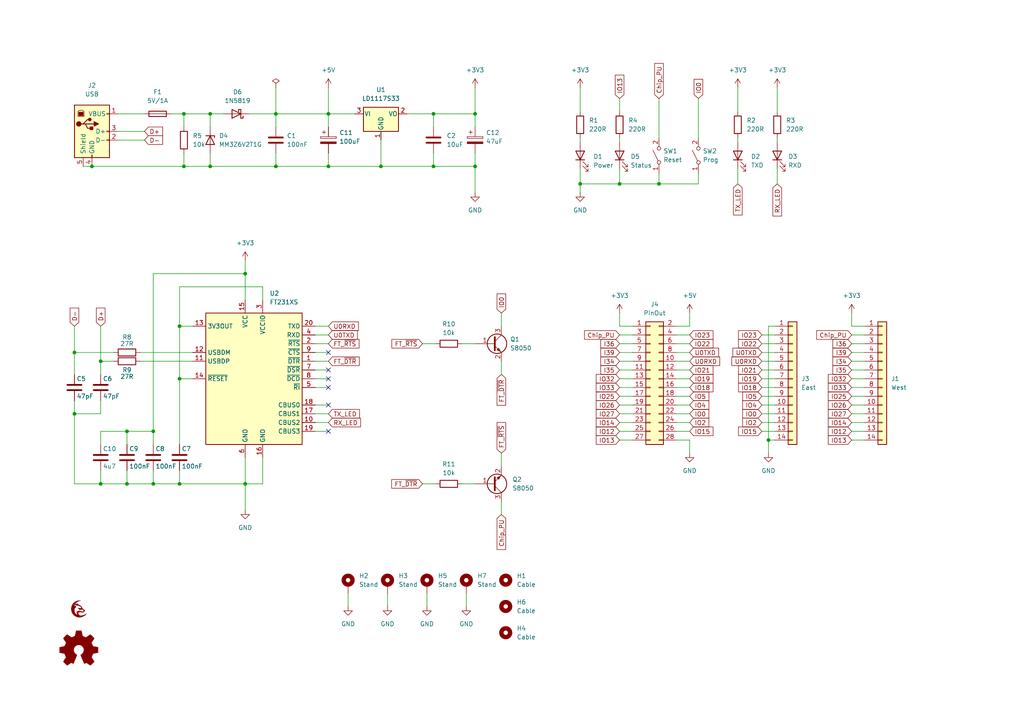
<source format=kicad_sch>
(kicad_sch (version 20211123) (generator eeschema)
  (paper "A4")
  (lib_symbols
    (symbol "Connector:USB_B" (pin_names (offset 1.016))
      (property "Reference" "J" (at -5.08 11.43 0))
      (property "Value" "USB_B" (at -5.08 8.89 0))
      (symbol "USB_B_1_1"
        (pin power_out line (at 7.62 5.08 180) (length 2.54) (name "VBUS") (number "1"))
        (pin bidirectional line (at 7.62 -2.54 180) (length 2.54) (name "D-") (number "2"))
        (pin bidirectional line (at 7.62 0 180) (length 2.54) (name "D+") (number "3"))
        (pin power_out line (at 0 -10.16 90) (length 2.54) (name "GND") (number "4"))
        (pin passive line (at -2.54 -10.16 90) (length 2.54) (name "Shield") (number "5"))
      )
    )
    (symbol "Connector_Generic:Conn_01x14" (pin_names (offset 1.016) hide)
      (property "Reference" "J" (at 0 17.78 0))
      (property "Value" "Conn_01x14" (at 0 -20.32 0))
      (symbol "Conn_01x14_1_1"
        (pin passive line (at -5.08 15.24 0) (length 3.81) (name "Pin_1") (number "1"))
        (pin passive line (at -5.08 -7.62 0) (length 3.81) (name "Pin_10") (number "10"))
        (pin passive line (at -5.08 -10.16 0) (length 3.81) (name "Pin_11") (number "11"))
        (pin passive line (at -5.08 -12.7 0) (length 3.81) (name "Pin_12") (number "12"))
        (pin passive line (at -5.08 -15.24 0) (length 3.81) (name "Pin_13") (number "13"))
        (pin passive line (at -5.08 -17.78 0) (length 3.81) (name "Pin_14") (number "14"))
        (pin passive line (at -5.08 12.7 0) (length 3.81) (name "Pin_2") (number "2"))
        (pin passive line (at -5.08 10.16 0) (length 3.81) (name "Pin_3") (number "3"))
        (pin passive line (at -5.08 7.62 0) (length 3.81) (name "Pin_4") (number "4"))
        (pin passive line (at -5.08 5.08 0) (length 3.81) (name "Pin_5") (number "5"))
        (pin passive line (at -5.08 2.54 0) (length 3.81) (name "Pin_6") (number "6"))
        (pin passive line (at -5.08 0 0) (length 3.81) (name "Pin_7") (number "7"))
        (pin passive line (at -5.08 -2.54 0) (length 3.81) (name "Pin_8") (number "8"))
        (pin passive line (at -5.08 -5.08 0) (length 3.81) (name "Pin_9") (number "9"))
      )
    )
    (symbol "Connector_Generic:Conn_02x14_Odd_Even" (pin_names (offset 1.016) hide)
      (property "Reference" "J" (at 1.27 17.78 0))
      (property "Value" "Conn_02x14_Odd_Even" (at 1.27 -20.32 0))
      (symbol "Conn_02x14_Odd_Even_1_1"
        (pin passive line (at -5.08 15.24 0) (length 3.81) (name "Pin_1") (number "1"))
        (pin passive line (at 7.62 5.08 180) (length 3.81) (name "Pin_10") (number "10"))
        (pin passive line (at -5.08 2.54 0) (length 3.81) (name "Pin_11") (number "11"))
        (pin passive line (at 7.62 2.54 180) (length 3.81) (name "Pin_12") (number "12"))
        (pin passive line (at -5.08 0 0) (length 3.81) (name "Pin_13") (number "13"))
        (pin passive line (at 7.62 0 180) (length 3.81) (name "Pin_14") (number "14"))
        (pin passive line (at -5.08 -2.54 0) (length 3.81) (name "Pin_15") (number "15"))
        (pin passive line (at 7.62 -2.54 180) (length 3.81) (name "Pin_16") (number "16"))
        (pin passive line (at -5.08 -5.08 0) (length 3.81) (name "Pin_17") (number "17"))
        (pin passive line (at 7.62 -5.08 180) (length 3.81) (name "Pin_18") (number "18"))
        (pin passive line (at -5.08 -7.62 0) (length 3.81) (name "Pin_19") (number "19"))
        (pin passive line (at 7.62 15.24 180) (length 3.81) (name "Pin_2") (number "2"))
        (pin passive line (at 7.62 -7.62 180) (length 3.81) (name "Pin_20") (number "20"))
        (pin passive line (at -5.08 -10.16 0) (length 3.81) (name "Pin_21") (number "21"))
        (pin passive line (at 7.62 -10.16 180) (length 3.81) (name "Pin_22") (number "22"))
        (pin passive line (at -5.08 -12.7 0) (length 3.81) (name "Pin_23") (number "23"))
        (pin passive line (at 7.62 -12.7 180) (length 3.81) (name "Pin_24") (number "24"))
        (pin passive line (at -5.08 -15.24 0) (length 3.81) (name "Pin_25") (number "25"))
        (pin passive line (at 7.62 -15.24 180) (length 3.81) (name "Pin_26") (number "26"))
        (pin passive line (at -5.08 -17.78 0) (length 3.81) (name "Pin_27") (number "27"))
        (pin passive line (at 7.62 -17.78 180) (length 3.81) (name "Pin_28") (number "28"))
        (pin passive line (at -5.08 12.7 0) (length 3.81) (name "Pin_3") (number "3"))
        (pin passive line (at 7.62 12.7 180) (length 3.81) (name "Pin_4") (number "4"))
        (pin passive line (at -5.08 10.16 0) (length 3.81) (name "Pin_5") (number "5"))
        (pin passive line (at 7.62 10.16 180) (length 3.81) (name "Pin_6") (number "6"))
        (pin passive line (at -5.08 7.62 0) (length 3.81) (name "Pin_7") (number "7"))
        (pin passive line (at 7.62 7.62 180) (length 3.81) (name "Pin_8") (number "8"))
        (pin passive line (at -5.08 5.08 0) (length 3.81) (name "Pin_9") (number "9"))
      )
    )
    (symbol "Device:C" (pin_numbers hide) (pin_names (offset 0.254))
      (property "Reference" "C" (at 0.635 2.54 0))
      (property "Value" "C" (at 0.635 -2.54 0))
      (symbol "C_1_1"
        (pin passive line (at 0 3.81 270) (length 2.794) (name "~") (number "1"))
        (pin passive line (at 0 -3.81 90) (length 2.794) (name "~") (number "2"))
      )
    )
    (symbol "Device:C_Polarized" (pin_numbers hide) (pin_names (offset 0.254))
      (property "Reference" "C" (at 0.635 2.54 0))
      (property "Value" "C_Polarized" (at 0.635 -2.54 0))
      (symbol "C_Polarized_1_1"
        (pin passive line (at 0 3.81 270) (length 2.794) (name "~") (number "1"))
        (pin passive line (at 0 -3.81 90) (length 2.794) (name "~") (number "2"))
      )
    )
    (symbol "Device:Fuse" (pin_numbers hide) (pin_names (offset 0))
      (property "Reference" "F" (at 2.032 0 90))
      (property "Value" "Fuse" (at -1.905 0 90))
      (symbol "Fuse_1_1"
        (pin passive line (at 0 3.81 270) (length 1.27) (name "~") (number "1"))
        (pin passive line (at 0 -3.81 90) (length 1.27) (name "~") (number "2"))
      )
    )
    (symbol "Device:LED" (pin_numbers hide) (pin_names (offset 1.016) hide)
      (property "Reference" "D" (at 0 2.54 0))
      (property "Value" "LED" (at 0 -2.54 0))
      (symbol "LED_1_1"
        (pin passive line (at -3.81 0 0) (length 2.54) (name "K") (number "1"))
        (pin passive line (at 3.81 0 180) (length 2.54) (name "A") (number "2"))
      )
    )
    (symbol "Device:Q_NPN_BEC" (pin_names (offset 0) hide)
      (property "Reference" "Q" (at 5.08 1.27 0))
      (property "Value" "Q_NPN_BEC" (at 5.08 -1.27 0))
      (symbol "Q_NPN_BEC_1_1"
        (pin input line (at -5.08 0 0) (length 5.715) (name "B") (number "1"))
        (pin passive line (at 2.54 -5.08 90) (length 2.54) (name "E") (number "2"))
        (pin passive line (at 2.54 5.08 270) (length 2.54) (name "C") (number "3"))
      )
    )
    (symbol "Device:R" (pin_numbers hide) (pin_names (offset 0))
      (property "Reference" "R" (at 2.032 0 90))
      (property "Value" "R" (at 0 0 90))
      (symbol "R_1_1"
        (pin passive line (at 0 3.81 270) (length 1.27) (name "~") (number "1"))
        (pin passive line (at 0 -3.81 90) (length 1.27) (name "~") (number "2"))
      )
    )
    (symbol "Diode:1N5819" (pin_numbers hide) (pin_names (offset 1.016) hide)
      (property "Reference" "D" (at 0 2.54 0))
      (property "Value" "1N5819" (at 0 -2.54 0))
      (symbol "1N5819_1_1"
        (pin passive line (at -3.81 0 0) (length 2.54) (name "K") (number "1"))
        (pin passive line (at 3.81 0 180) (length 2.54) (name "A") (number "2"))
      )
    )
    (symbol "Diode:BZT52Bxx" (pin_numbers hide) (pin_names hide)
      (property "Reference" "D" (at 0 2.54 0))
      (property "Value" "BZT52Bxx" (at 0 -2.54 0))
      (symbol "BZT52Bxx_1_1"
        (pin passive line (at -3.81 0 0) (length 2.54) (name "K") (number "1"))
        (pin passive line (at 3.81 0 180) (length 2.54) (name "A") (number "2"))
      )
    )
    (symbol "Graphic:Logo_Open_Hardware_Small" (pin_names (offset 1.016)))
    (symbol "Interface_USB:FT231XS"
      (property "Reference" "U" (at -13.97 20.32 0))
      (property "Value" "FT231XS" (at 7.62 20.32 0))
      (symbol "FT231XS_1_1"
        (pin output line (at 17.78 5.08 180) (length 3.81) (name "~{DTR}") (number "1"))
        (pin bidirectional line (at 17.78 -12.7 180) (length 3.81) (name "CBUS2") (number "10"))
        (pin bidirectional line (at -17.78 5.08 0) (length 3.81) (name "USBDP") (number "11"))
        (pin bidirectional line (at -17.78 7.62 0) (length 3.81) (name "USBDM") (number "12"))
        (pin power_out line (at -17.78 15.24 0) (length 3.81) (name "3V3OUT") (number "13"))
        (pin input line (at -17.78 0 0) (length 3.81) (name "~{RESET}") (number "14"))
        (pin power_in line (at -2.54 22.86 270) (length 3.81) (name "VCC") (number "15"))
        (pin power_in line (at 2.54 -22.86 90) (length 3.81) (name "GND") (number "16"))
        (pin bidirectional line (at 17.78 -10.16 180) (length 3.81) (name "CBUS1") (number "17"))
        (pin bidirectional line (at 17.78 -7.62 180) (length 3.81) (name "CBUS0") (number "18"))
        (pin bidirectional line (at 17.78 -15.24 180) (length 3.81) (name "CBUS3") (number "19"))
        (pin output line (at 17.78 10.16 180) (length 3.81) (name "~{RTS}") (number "2"))
        (pin output line (at 17.78 15.24 180) (length 3.81) (name "TXD") (number "20"))
        (pin power_in line (at 2.54 22.86 270) (length 3.81) (name "VCCIO") (number "3"))
        (pin input line (at 17.78 12.7 180) (length 3.81) (name "RXD") (number "4"))
        (pin input line (at 17.78 -2.54 180) (length 3.81) (name "~{RI}") (number "5"))
        (pin power_in line (at -2.54 -22.86 90) (length 3.81) (name "GND") (number "6"))
        (pin input line (at 17.78 2.54 180) (length 3.81) (name "~{DSR}") (number "7"))
        (pin input line (at 17.78 0 180) (length 3.81) (name "~{DCD}") (number "8"))
        (pin input line (at 17.78 7.62 180) (length 3.81) (name "~{CTS}") (number "9"))
      )
    )
    (symbol "Mechanical:MountingHole" (pin_names (offset 1.016))
      (property "Reference" "H" (at 0 5.08 0))
      (property "Value" "MountingHole" (at 0 3.175 0))
    )
    (symbol "Mechanical:MountingHole_Pad" (pin_numbers hide) (pin_names (offset 1.016) hide)
      (property "Reference" "H" (at 0 6.35 0))
      (property "Value" "MountingHole_Pad" (at 0 4.445 0))
      (symbol "MountingHole_Pad_1_1"
        (pin input line (at 0 -2.54 90) (length 2.54) (name "1") (number "1"))
      )
    )
    (symbol "Regulator_Linear:LD1117S33TR_SOT223" (pin_names (offset 0.254))
      (property "Reference" "U" (at -3.81 3.175 0))
      (property "Value" "LD1117S33TR_SOT223" (at 0 3.175 0))
      (symbol "LD1117S33TR_SOT223_1_1"
        (pin power_in line (at 0 -7.62 90) (length 2.54) (name "GND") (number "1"))
        (pin power_out line (at 7.62 0 180) (length 2.54) (name "VO") (number "2"))
        (pin power_in line (at -7.62 0 0) (length 2.54) (name "VI") (number "3"))
      )
    )
    (symbol "Switch:SW_SPST" (pin_names (offset 0) hide)
      (property "Reference" "SW" (at 0 3.175 0))
      (property "Value" "SW_SPST" (at 0 -2.54 0))
      (symbol "SW_SPST_1_1"
        (pin passive line (at -5.08 0 0) (length 2.54) (name "A") (number "1"))
        (pin passive line (at 5.08 0 180) (length 2.54) (name "B") (number "2"))
      )
    )
    (symbol "grayc-logo-negative:LOGO" (pin_names (offset 1.016)))
    (symbol "power:+3V3" (power) (pin_names (offset 0))
      (property "Value" "+3V3" (at 0 3.556 0))
      (symbol "+3V3_1_1"
        (pin power_in line (at 0 0 90) (length 0) hide (name "+3V3") (number "1"))
      )
    )
    (symbol "power:+5V" (power) (pin_names (offset 0))
      (property "Value" "+5V" (at 0 3.556 0))
      (symbol "+5V_1_1"
        (pin power_in line (at 0 0 90) (length 0) hide (name "+5V") (number "1"))
      )
    )
    (symbol "power:GND" (power) (pin_names (offset 0))
      (property "Value" "GND" (at 0 -3.81 0))
      (symbol "GND_1_1"
        (pin power_in line (at 0 0 270) (length 0) hide (name "GND") (number "1"))
      )
    )
    (symbol "power:PWR_FLAG" (power) (pin_numbers hide) (pin_names (offset 0) hide)
      (property "Value" "PWR_FLAG" (at 0 3.81 0))
      (symbol "PWR_FLAG_0_0"
        (pin power_out line (at 0 0 90) (length 0) (name "pwr") (number "1"))
      )
    )
  )
  (junction (at 44.45 125.095))
  (junction (at 36.83 140.335))
  (junction (at 179.705 53.34))
  (junction (at 21.59 102.235))
  (junction (at 53.34 48.26))
  (junction (at 60.96 33.02))
  (junction (at 53.34 33.02))
  (junction (at 222.885 127.635))
  (junction (at 80.01 33.02))
  (junction (at 60.96 48.26))
  (junction (at 21.59 120.015))
  (junction (at 110.49 48.26))
  (junction (at 52.07 140.335))
  (junction (at 80.01 48.26))
  (junction (at 125.73 48.26))
  (junction (at 29.21 104.775))
  (junction (at 44.45 140.335))
  (junction (at 125.73 33.02))
  (junction (at 137.795 48.26))
  (junction (at 95.25 33.02))
  (junction (at 52.07 109.855))
  (junction (at 52.07 94.615))
  (junction (at 168.275 53.34))
  (junction (at 71.12 79.375))
  (junction (at 29.21 140.335))
  (junction (at 137.795 33.02))
  (junction (at 95.25 48.26))
  (junction (at 26.67 48.26))
  (junction (at 36.83 125.095))
  (junction (at 71.12 140.335))
  (junction (at 191.135 53.34))
  (no_connect (at 95.25 107.315))
  (no_connect (at 95.25 112.395))
  (no_connect (at 95.25 125.095))
  (no_connect (at 95.25 109.855))
  (no_connect (at 95.25 117.475))
  (no_connect (at 95.25 102.235))
  (wire (pts (xy 220.98 104.775) (xy 224.79 104.775)))
  (wire (pts (xy 91.44 102.235) (xy 95.25 102.235)))
  (wire (pts (xy 91.44 99.695) (xy 95.25 99.695)))
  (wire (pts (xy 179.705 40.005) (xy 179.705 41.275)))
  (wire (pts (xy 179.705 125.095) (xy 183.515 125.095)))
  (wire (pts (xy 220.98 120.015) (xy 224.79 120.015)))
  (wire (pts (xy 40.64 104.775) (xy 55.88 104.775)))
  (wire (pts (xy 71.12 79.375) (xy 71.12 86.995)))
  (wire (pts (xy 220.98 109.855) (xy 224.79 109.855)))
  (wire (pts (xy 247.015 114.935) (xy 250.825 114.935)))
  (wire (pts (xy 179.705 112.395) (xy 183.515 112.395)))
  (wire (pts (xy 247.015 107.315) (xy 250.825 107.315)))
  (wire (pts (xy 196.215 94.615) (xy 200.025 94.615)))
  (wire (pts (xy 80.01 33.02) (xy 80.01 36.83)))
  (wire (pts (xy 179.705 97.155) (xy 183.515 97.155)))
  (wire (pts (xy 52.07 109.855) (xy 55.88 109.855)))
  (wire (pts (xy 110.49 40.64) (xy 110.49 48.26)))
  (wire (pts (xy 247.015 99.695) (xy 250.825 99.695)))
  (wire (pts (xy 196.215 112.395) (xy 200.025 112.395)))
  (wire (pts (xy 100.965 172.085) (xy 100.965 175.895)))
  (wire (pts (xy 196.215 127.635) (xy 200.025 127.635)))
  (wire (pts (xy 91.44 122.555) (xy 95.25 122.555)))
  (wire (pts (xy 179.705 120.015) (xy 183.515 120.015)))
  (wire (pts (xy 21.59 94.615) (xy 21.59 102.235)))
  (wire (pts (xy 179.705 117.475) (xy 183.515 117.475)))
  (wire (pts (xy 44.45 136.525) (xy 44.45 140.335)))
  (wire (pts (xy 247.015 90.805) (xy 247.015 94.615)))
  (wire (pts (xy 247.015 97.155) (xy 250.825 97.155)))
  (wire (pts (xy 52.07 83.185) (xy 76.2 83.185)))
  (wire (pts (xy 95.25 44.45) (xy 95.25 48.26)))
  (wire (pts (xy 33.02 102.235) (xy 21.59 102.235)))
  (wire (pts (xy 168.275 25.4) (xy 168.275 32.385)))
  (wire (pts (xy 24.13 48.26) (xy 26.67 48.26)))
  (wire (pts (xy 179.705 127.635) (xy 183.515 127.635)))
  (wire (pts (xy 44.45 125.095) (xy 44.45 128.905)))
  (wire (pts (xy 213.995 48.895) (xy 213.995 53.34)))
  (wire (pts (xy 196.215 109.855) (xy 200.025 109.855)))
  (wire (pts (xy 191.135 50.165) (xy 191.135 53.34)))
  (wire (pts (xy 21.59 120.015) (xy 21.59 140.335)))
  (wire (pts (xy 179.705 28.575) (xy 179.705 32.385)))
  (wire (pts (xy 222.885 131.445) (xy 222.885 127.635)))
  (wire (pts (xy 91.44 97.155) (xy 95.25 97.155)))
  (wire (pts (xy 29.21 140.335) (xy 36.83 140.335)))
  (wire (pts (xy 133.985 140.335) (xy 137.795 140.335)))
  (wire (pts (xy 91.44 109.855) (xy 95.25 109.855)))
  (wire (pts (xy 71.12 79.375) (xy 44.45 79.375)))
  (wire (pts (xy 29.21 104.775) (xy 29.21 108.585)))
  (wire (pts (xy 36.83 140.335) (xy 44.45 140.335)))
  (wire (pts (xy 95.25 48.26) (xy 110.49 48.26)))
  (wire (pts (xy 247.015 125.095) (xy 250.825 125.095)))
  (wire (pts (xy 53.34 33.02) (xy 53.34 36.83)))
  (wire (pts (xy 91.44 125.095) (xy 95.25 125.095)))
  (wire (pts (xy 49.53 33.02) (xy 53.34 33.02)))
  (wire (pts (xy 118.11 33.02) (xy 125.73 33.02)))
  (wire (pts (xy 26.67 48.26) (xy 53.34 48.26)))
  (wire (pts (xy 60.96 48.26) (xy 80.01 48.26)))
  (wire (pts (xy 91.44 112.395) (xy 95.25 112.395)))
  (wire (pts (xy 135.255 172.085) (xy 135.255 175.895)))
  (wire (pts (xy 247.015 120.015) (xy 250.825 120.015)))
  (wire (pts (xy 220.98 107.315) (xy 224.79 107.315)))
  (wire (pts (xy 179.705 48.895) (xy 179.705 53.34)))
  (wire (pts (xy 133.985 99.695) (xy 137.795 99.695)))
  (wire (pts (xy 76.2 140.335) (xy 76.2 132.715)))
  (wire (pts (xy 52.07 109.855) (xy 52.07 128.905)))
  (wire (pts (xy 52.07 136.525) (xy 52.07 140.335)))
  (wire (pts (xy 112.395 172.085) (xy 112.395 175.895)))
  (wire (pts (xy 60.96 44.45) (xy 60.96 48.26)))
  (wire (pts (xy 220.98 122.555) (xy 224.79 122.555)))
  (wire (pts (xy 122.555 99.695) (xy 126.365 99.695)))
  (wire (pts (xy 200.025 94.615) (xy 200.025 90.805)))
  (wire (pts (xy 220.98 117.475) (xy 224.79 117.475)))
  (wire (pts (xy 91.44 94.615) (xy 95.25 94.615)))
  (wire (pts (xy 196.215 104.775) (xy 200.025 104.775)))
  (wire (pts (xy 200.025 127.635) (xy 200.025 131.445)))
  (wire (pts (xy 33.02 104.775) (xy 29.21 104.775)))
  (wire (pts (xy 29.21 125.095) (xy 36.83 125.095)))
  (wire (pts (xy 40.64 102.235) (xy 55.88 102.235)))
  (wire (pts (xy 80.01 25.4) (xy 80.01 33.02)))
  (wire (pts (xy 196.215 97.155) (xy 200.025 97.155)))
  (wire (pts (xy 220.98 97.155) (xy 224.79 97.155)))
  (wire (pts (xy 191.135 28.575) (xy 191.135 40.005)))
  (wire (pts (xy 44.45 79.375) (xy 44.45 125.095)))
  (wire (pts (xy 91.44 120.015) (xy 95.25 120.015)))
  (wire (pts (xy 220.98 99.695) (xy 224.79 99.695)))
  (wire (pts (xy 60.96 33.02) (xy 64.77 33.02)))
  (wire (pts (xy 196.215 125.095) (xy 200.025 125.095)))
  (wire (pts (xy 247.015 127.635) (xy 250.825 127.635)))
  (wire (pts (xy 179.705 114.935) (xy 183.515 114.935)))
  (wire (pts (xy 29.21 136.525) (xy 29.21 140.335)))
  (wire (pts (xy 137.795 48.26) (xy 137.795 44.45)))
  (wire (pts (xy 247.015 94.615) (xy 250.825 94.615)))
  (wire (pts (xy 196.215 114.935) (xy 200.025 114.935)))
  (wire (pts (xy 122.555 140.335) (xy 126.365 140.335)))
  (wire (pts (xy 247.015 102.235) (xy 250.825 102.235)))
  (wire (pts (xy 21.59 120.015) (xy 29.21 120.015)))
  (wire (pts (xy 145.415 104.775) (xy 145.415 108.585)))
  (wire (pts (xy 196.215 107.315) (xy 200.025 107.315)))
  (wire (pts (xy 53.34 44.45) (xy 53.34 48.26)))
  (wire (pts (xy 220.98 112.395) (xy 224.79 112.395)))
  (wire (pts (xy 202.565 50.165) (xy 202.565 53.34)))
  (wire (pts (xy 168.275 53.34) (xy 168.275 55.88)))
  (wire (pts (xy 179.705 53.34) (xy 191.135 53.34)))
  (wire (pts (xy 125.73 48.26) (xy 137.795 48.26)))
  (wire (pts (xy 95.25 25.4) (xy 95.25 33.02)))
  (wire (pts (xy 21.59 140.335) (xy 29.21 140.335)))
  (wire (pts (xy 137.795 33.02) (xy 137.795 36.83)))
  (wire (pts (xy 247.015 112.395) (xy 250.825 112.395)))
  (wire (pts (xy 247.015 104.775) (xy 250.825 104.775)))
  (wire (pts (xy 222.885 127.635) (xy 222.885 94.615)))
  (wire (pts (xy 222.885 127.635) (xy 224.79 127.635)))
  (wire (pts (xy 110.49 48.26) (xy 125.73 48.26)))
  (wire (pts (xy 34.29 33.02) (xy 41.91 33.02)))
  (wire (pts (xy 222.885 94.615) (xy 224.79 94.615)))
  (wire (pts (xy 196.215 99.695) (xy 200.025 99.695)))
  (wire (pts (xy 36.83 136.525) (xy 36.83 140.335)))
  (wire (pts (xy 29.21 94.615) (xy 29.21 104.775)))
  (wire (pts (xy 213.995 40.005) (xy 213.995 41.275)))
  (wire (pts (xy 80.01 48.26) (xy 95.25 48.26)))
  (wire (pts (xy 220.98 102.235) (xy 224.79 102.235)))
  (wire (pts (xy 225.425 40.005) (xy 225.425 41.275)))
  (wire (pts (xy 179.705 122.555) (xy 183.515 122.555)))
  (wire (pts (xy 179.705 104.775) (xy 183.515 104.775)))
  (wire (pts (xy 213.995 25.4) (xy 213.995 32.385)))
  (wire (pts (xy 225.425 48.895) (xy 225.425 53.34)))
  (wire (pts (xy 179.705 53.34) (xy 168.275 53.34)))
  (wire (pts (xy 91.44 117.475) (xy 95.25 117.475)))
  (wire (pts (xy 29.21 116.205) (xy 29.21 120.015)))
  (wire (pts (xy 196.215 122.555) (xy 200.025 122.555)))
  (wire (pts (xy 76.2 86.995) (xy 76.2 83.185)))
  (wire (pts (xy 179.705 107.315) (xy 183.515 107.315)))
  (wire (pts (xy 168.275 53.34) (xy 168.275 48.895)))
  (wire (pts (xy 196.215 117.475) (xy 200.025 117.475)))
  (wire (pts (xy 123.825 172.085) (xy 123.825 175.895)))
  (wire (pts (xy 34.29 40.64) (xy 41.91 40.64)))
  (wire (pts (xy 179.705 109.855) (xy 183.515 109.855)))
  (wire (pts (xy 179.705 102.235) (xy 183.515 102.235)))
  (wire (pts (xy 125.73 44.45) (xy 125.73 48.26)))
  (wire (pts (xy 36.83 125.095) (xy 44.45 125.095)))
  (wire (pts (xy 225.425 25.4) (xy 225.425 32.385)))
  (wire (pts (xy 91.44 107.315) (xy 95.25 107.315)))
  (wire (pts (xy 53.34 33.02) (xy 60.96 33.02)))
  (wire (pts (xy 196.215 102.235) (xy 200.025 102.235)))
  (wire (pts (xy 71.12 132.715) (xy 71.12 140.335)))
  (wire (pts (xy 247.015 117.475) (xy 250.825 117.475)))
  (wire (pts (xy 125.73 33.02) (xy 125.73 36.83)))
  (wire (pts (xy 71.12 75.565) (xy 71.12 79.375)))
  (wire (pts (xy 137.795 25.4) (xy 137.795 33.02)))
  (wire (pts (xy 52.07 94.615) (xy 52.07 109.855)))
  (wire (pts (xy 137.795 48.26) (xy 137.795 55.88)))
  (wire (pts (xy 52.07 140.335) (xy 71.12 140.335)))
  (wire (pts (xy 71.12 140.335) (xy 71.12 147.955)))
  (wire (pts (xy 202.565 53.34) (xy 191.135 53.34)))
  (wire (pts (xy 179.705 99.695) (xy 183.515 99.695)))
  (wire (pts (xy 95.25 33.02) (xy 102.87 33.02)))
  (wire (pts (xy 53.34 48.26) (xy 60.96 48.26)))
  (wire (pts (xy 91.44 104.775) (xy 95.25 104.775)))
  (wire (pts (xy 125.73 33.02) (xy 137.795 33.02)))
  (wire (pts (xy 247.015 109.855) (xy 250.825 109.855)))
  (wire (pts (xy 72.39 33.02) (xy 80.01 33.02)))
  (wire (pts (xy 21.59 116.205) (xy 21.59 120.015)))
  (wire (pts (xy 80.01 44.45) (xy 80.01 48.26)))
  (wire (pts (xy 29.21 128.905) (xy 29.21 125.095)))
  (wire (pts (xy 145.415 90.805) (xy 145.415 94.615)))
  (wire (pts (xy 168.275 40.005) (xy 168.275 41.275)))
  (wire (pts (xy 36.83 125.095) (xy 36.83 128.905)))
  (wire (pts (xy 21.59 102.235) (xy 21.59 108.585)))
  (wire (pts (xy 196.215 120.015) (xy 200.025 120.015)))
  (wire (pts (xy 220.98 114.935) (xy 224.79 114.935)))
  (wire (pts (xy 60.96 33.02) (xy 60.96 36.83)))
  (wire (pts (xy 34.29 38.1) (xy 41.91 38.1)))
  (wire (pts (xy 95.25 33.02) (xy 95.25 36.83)))
  (wire (pts (xy 179.705 94.615) (xy 183.515 94.615)))
  (wire (pts (xy 247.015 122.555) (xy 250.825 122.555)))
  (wire (pts (xy 71.12 140.335) (xy 76.2 140.335)))
  (wire (pts (xy 145.415 145.415) (xy 145.415 149.225)))
  (wire (pts (xy 52.07 94.615) (xy 55.88 94.615)))
  (wire (pts (xy 80.01 33.02) (xy 95.25 33.02)))
  (wire (pts (xy 179.705 90.805) (xy 179.705 94.615)))
  (wire (pts (xy 220.98 125.095) (xy 224.79 125.095)))
  (wire (pts (xy 44.45 140.335) (xy 52.07 140.335)))
  (wire (pts (xy 52.07 83.185) (xy 52.07 94.615)))
  (wire (pts (xy 145.415 135.255) (xy 145.415 131.445)))
  (wire (pts (xy 202.565 28.575) (xy 202.565 40.005)))
  (global_label "IO33" (shape input) (at 247.015 112.395 180) (property "Intersheet References" "${INTERSHEET_REFS}" (effects hide)))
  (global_label "IO18" (shape input) (at 220.98 112.395 180) (property "Intersheet References" "${INTERSHEET_REFS}" (effects hide)))
  (global_label "U0TXD" (shape input) (at 220.98 102.235 180) (property "Intersheet References" "${INTERSHEET_REFS}" (effects hide)))
  (global_label "I34" (shape input) (at 179.705 104.775 180) (property "Intersheet References" "${INTERSHEET_REFS}" (effects hide)))
  (global_label "D-" (shape input) (at 41.91 40.64 0) (property "Intersheet References" "${INTERSHEET_REFS}" (effects hide)))
  (global_label "U0RXD" (shape input) (at 220.98 104.775 180) (property "Intersheet References" "${INTERSHEET_REFS}" (effects hide)))
  (global_label "D+" (shape input) (at 41.91 38.1 0) (property "Intersheet References" "${INTERSHEET_REFS}" (effects hide)))
  (global_label "IO32" (shape input) (at 247.015 109.855 180) (property "Intersheet References" "${INTERSHEET_REFS}" (effects hide)))
  (global_label "IO4" (shape input) (at 200.025 117.475 0) (property "Intersheet References" "${INTERSHEET_REFS}" (effects hide)))
  (global_label "IO27" (shape input) (at 247.015 120.015 180) (property "Intersheet References" "${INTERSHEET_REFS}" (effects hide)))
  (global_label "FT_~{DTR}" (shape input) (at 145.415 108.585 270) (property "Intersheet References" "${INTERSHEET_REFS}" (effects hide)))
  (global_label "FT_~{RTS}" (shape input) (at 95.25 99.695 0) (property "Intersheet References" "${INTERSHEET_REFS}" (effects hide)))
  (global_label "I36" (shape input) (at 179.705 99.695 180) (property "Intersheet References" "${INTERSHEET_REFS}" (effects hide)))
  (global_label "IO13" (shape input) (at 247.015 127.635 180) (property "Intersheet References" "${INTERSHEET_REFS}" (effects hide)))
  (global_label "IO22" (shape input) (at 200.025 99.695 0) (property "Intersheet References" "${INTERSHEET_REFS}" (effects hide)))
  (global_label "TX_LED" (shape input) (at 213.995 53.34 270) (property "Intersheet References" "${INTERSHEET_REFS}" (effects hide)))
  (global_label "FT_~{DTR}" (shape input) (at 95.25 104.775 0) (property "Intersheet References" "${INTERSHEET_REFS}" (effects hide)))
  (global_label "RX_LED" (shape input) (at 95.25 122.555 0) (property "Intersheet References" "${INTERSHEET_REFS}" (effects hide)))
  (global_label "I34" (shape input) (at 247.015 104.775 180) (property "Intersheet References" "${INTERSHEET_REFS}" (effects hide)))
  (global_label "IO4" (shape input) (at 220.98 117.475 180) (property "Intersheet References" "${INTERSHEET_REFS}" (effects hide)))
  (global_label "U0RXD" (shape input) (at 200.025 104.775 0) (property "Intersheet References" "${INTERSHEET_REFS}" (effects hide)))
  (global_label "IO0" (shape input) (at 200.025 120.015 0) (property "Intersheet References" "${INTERSHEET_REFS}" (effects hide)))
  (global_label "IO12" (shape input) (at 247.015 125.095 180) (property "Intersheet References" "${INTERSHEET_REFS}" (effects hide)))
  (global_label "FT_~{RTS}" (shape input) (at 122.555 99.695 180) (property "Intersheet References" "${INTERSHEET_REFS}" (effects hide)))
  (global_label "IO25" (shape input) (at 179.705 114.935 180) (property "Intersheet References" "${INTERSHEET_REFS}" (effects hide)))
  (global_label "FT_~{DTR}" (shape input) (at 122.555 140.335 180) (property "Intersheet References" "${INTERSHEET_REFS}" (effects hide)))
  (global_label "IO21" (shape input) (at 200.025 107.315 0) (property "Intersheet References" "${INTERSHEET_REFS}" (effects hide)))
  (global_label "IO21" (shape input) (at 220.98 107.315 180) (property "Intersheet References" "${INTERSHEET_REFS}" (effects hide)))
  (global_label "FT_~{RTS}" (shape input) (at 145.415 131.445 90) (property "Intersheet References" "${INTERSHEET_REFS}" (effects hide)))
  (global_label "IO0" (shape input) (at 202.565 28.575 90) (property "Intersheet References" "${INTERSHEET_REFS}" (effects hide)))
  (global_label "Chip_PU" (shape input) (at 145.415 149.225 270) (property "Intersheet References" "${INTERSHEET_REFS}" (effects hide)))
  (global_label "Chip_PU" (shape input) (at 247.015 97.155 180) (property "Intersheet References" "${INTERSHEET_REFS}" (effects hide)))
  (global_label "IO26" (shape input) (at 247.015 117.475 180) (property "Intersheet References" "${INTERSHEET_REFS}" (effects hide)))
  (global_label "IO15" (shape input) (at 200.025 125.095 0) (property "Intersheet References" "${INTERSHEET_REFS}" (effects hide)))
  (global_label "IO15" (shape input) (at 220.98 125.095 180) (property "Intersheet References" "${INTERSHEET_REFS}" (effects hide)))
  (global_label "Chip_PU" (shape input) (at 191.135 28.575 90) (property "Intersheet References" "${INTERSHEET_REFS}" (effects hide)))
  (global_label "D-" (shape input) (at 21.59 94.615 90) (property "Intersheet References" "${INTERSHEET_REFS}" (effects hide)))
  (global_label "IO2" (shape input) (at 200.025 122.555 0) (property "Intersheet References" "${INTERSHEET_REFS}" (effects hide)))
  (global_label "I35" (shape input) (at 179.705 107.315 180) (property "Intersheet References" "${INTERSHEET_REFS}" (effects hide)))
  (global_label "IO0" (shape input) (at 220.98 120.015 180) (property "Intersheet References" "${INTERSHEET_REFS}" (effects hide)))
  (global_label "IO19" (shape input) (at 200.025 109.855 0) (property "Intersheet References" "${INTERSHEET_REFS}" (effects hide)))
  (global_label "I39" (shape input) (at 179.705 102.235 180) (property "Intersheet References" "${INTERSHEET_REFS}" (effects hide)))
  (global_label "IO14" (shape input) (at 179.705 122.555 180) (property "Intersheet References" "${INTERSHEET_REFS}" (effects hide)))
  (global_label "U0RXD" (shape input) (at 95.25 94.615 0) (property "Intersheet References" "${INTERSHEET_REFS}" (effects hide)))
  (global_label "IO5" (shape input) (at 220.98 114.935 180) (property "Intersheet References" "${INTERSHEET_REFS}" (effects hide)))
  (global_label "RX_LED" (shape input) (at 225.425 53.34 270) (property "Intersheet References" "${INTERSHEET_REFS}" (effects hide)))
  (global_label "IO19" (shape input) (at 220.98 109.855 180) (property "Intersheet References" "${INTERSHEET_REFS}" (effects hide)))
  (global_label "IO22" (shape input) (at 220.98 99.695 180) (property "Intersheet References" "${INTERSHEET_REFS}" (effects hide)))
  (global_label "IO26" (shape input) (at 179.705 117.475 180) (property "Intersheet References" "${INTERSHEET_REFS}" (effects hide)))
  (global_label "IO23" (shape input) (at 220.98 97.155 180) (property "Intersheet References" "${INTERSHEET_REFS}" (effects hide)))
  (global_label "IO13" (shape input) (at 179.705 28.575 90) (property "Intersheet References" "${INTERSHEET_REFS}" (effects hide)))
  (global_label "I39" (shape input) (at 247.015 102.235 180) (property "Intersheet References" "${INTERSHEET_REFS}" (effects hide)))
  (global_label "U0TXD" (shape input) (at 95.25 97.155 0) (property "Intersheet References" "${INTERSHEET_REFS}" (effects hide)))
  (global_label "IO18" (shape input) (at 200.025 112.395 0) (property "Intersheet References" "${INTERSHEET_REFS}" (effects hide)))
  (global_label "D+" (shape input) (at 29.21 94.615 90) (property "Intersheet References" "${INTERSHEET_REFS}" (effects hide)))
  (global_label "IO32" (shape input) (at 179.705 109.855 180) (property "Intersheet References" "${INTERSHEET_REFS}" (effects hide)))
  (global_label "IO0" (shape input) (at 145.415 90.805 90) (property "Intersheet References" "${INTERSHEET_REFS}" (effects hide)))
  (global_label "IO27" (shape input) (at 179.705 120.015 180) (property "Intersheet References" "${INTERSHEET_REFS}" (effects hide)))
  (global_label "Chip_PU" (shape input) (at 179.705 97.155 180) (property "Intersheet References" "${INTERSHEET_REFS}" (effects hide)))
  (global_label "IO12" (shape input) (at 179.705 125.095 180) (property "Intersheet References" "${INTERSHEET_REFS}" (effects hide)))
  (global_label "IO14" (shape input) (at 247.015 122.555 180) (property "Intersheet References" "${INTERSHEET_REFS}" (effects hide)))
  (global_label "IO23" (shape input) (at 200.025 97.155 0) (property "Intersheet References" "${INTERSHEET_REFS}" (effects hide)))
  (global_label "IO5" (shape input) (at 200.025 114.935 0) (property "Intersheet References" "${INTERSHEET_REFS}" (effects hide)))
  (global_label "TX_LED" (shape input) (at 95.25 120.015 0) (property "Intersheet References" "${INTERSHEET_REFS}" (effects hide)))
  (global_label "IO2" (shape input) (at 220.98 122.555 180) (property "Intersheet References" "${INTERSHEET_REFS}" (effects hide)))
  (global_label "IO13" (shape input) (at 179.705 127.635 180) (property "Intersheet References" "${INTERSHEET_REFS}" (effects hide)))
  (global_label "IO33" (shape input) (at 179.705 112.395 180) (property "Intersheet References" "${INTERSHEET_REFS}" (effects hide)))
  (global_label "I36" (shape input) (at 247.015 99.695 180) (property "Intersheet References" "${INTERSHEET_REFS}" (effects hide)))
  (global_label "IO25" (shape input) (at 247.015 114.935 180) (property "Intersheet References" "${INTERSHEET_REFS}" (effects hide)))
  (global_label "U0TXD" (shape input) (at 200.025 102.235 0) (property "Intersheet References" "${INTERSHEET_REFS}" (effects hide)))
  (global_label "I35" (shape input) (at 247.015 107.315 180) (property "Intersheet References" "${INTERSHEET_REFS}" (effects hide)))
  (symbol (lib_id "Device:C") (at 44.45 132.715 0) (unit 1)
    (property "Reference" "C8" (at 45.085 130.175 0) (effects (justify left)))
    (property "Value" "100nF" (at 45.085 135.255 0) (effects (justify left)))
    (property "Footprint" "Capacitor_SMD:C_1206_3216Metric_Pad1.33x1.80mm_HandSolder" (effects hide))
    (property "#manf" "C1206C104M5RACTU" (effects hide))
    (property "#mouser" "80-C1206C104M5R" (effects hide))
  )
  (symbol (lib_id "Device:Q_NPN_BEC") (at 142.875 140.335 0) (mirror x) (unit 1)
    (property "Reference" "Q2" (at 148.59 139.0649 0) (effects (justify left)))
    (property "Value" "S8050" (at 148.59 141.6049 0) (effects (justify left)))
    (property "Footprint" "Package_TO_SOT_SMD:SOT-23-3" (effects hide))
    (property "#manf" "MMS8050-H-TP" (effects hide))
    (property "#mouser" "833-MMS8050-H-TP" (effects hide))
  )
  (symbol (lib_id "Device:C") (at 52.07 132.715 0) (unit 1)
    (property "Reference" "C7" (at 52.705 130.175 0) (effects (justify left)))
    (property "Value" "100nF" (at 52.705 135.255 0) (effects (justify left)))
    (property "Footprint" "Capacitor_SMD:C_1206_3216Metric_Pad1.33x1.80mm_HandSolder" (effects hide))
    (property "#manf" "C1206C104M5RACTU" (effects hide))
    (property "#mouser" "80-C1206C104M5R" (effects hide))
  )
  (symbol (lib_id "power:+5V") (at 200.025 90.805 0) (unit 1)
    (property "Reference" "#PWR0114" (effects hide))
    (property "Value" "+5V" (at 200.025 85.725 0))
  )
  (symbol (lib_id "Mechanical:MountingHole_Pad") (at 112.395 169.545 0) (unit 1)
    (property "Reference" "H3" (at 115.57 167.0049 0) (effects (justify left)))
    (property "Value" "Stand" (at 115.57 169.5449 0) (effects (justify left)))
    (property "Footprint" "MountingHole:MountingHole_3.2mm_M3_DIN965_Pad" (effects hide))
  )
  (symbol (lib_id "power:GND") (at 112.395 175.895 0) (unit 1)
    (property "Reference" "#PWR0104" (effects hide))
    (property "Value" "GND" (at 112.395 180.975 0))
  )
  (symbol (lib_id "power:+5V") (at 95.25 25.4 0) (unit 1)
    (property "Reference" "#PWR0108" (effects hide))
    (property "Value" "+5V" (at 95.25 20.32 0))
  )
  (symbol (lib_id "Interface_USB:FT231XS") (at 73.66 109.855 0) (unit 1)
    (property "Reference" "U2" (at 78.2194 85.09 0) (effects (justify left)))
    (property "Value" "FT231XS" (at 78.2194 87.63 0) (effects (justify left)))
    (property "Footprint" "Package_SO:SSOP-20_3.9x8.7mm_P0.635mm" (effects hide))
    (property "Datasheet" "https://www.ftdichip.com/Support/Documents/DataSheets/ICs/DS_FT231X.pdf" (effects hide))
    (property "#manf" "FT231XS-U" (effects hide))
    (property "#mouser" "895-FT231XS-U" (effects hide))
  )
  (symbol (lib_id "Regulator_Linear:LD1117S33TR_SOT223") (at 110.49 33.02 0) (unit 1)
    (property "Reference" "U1" (at 110.49 26.035 0))
    (property "Value" "LD1117S33" (at 110.49 28.575 0))
    (property "Footprint" "Package_TO_SOT_SMD:SOT-223-3_TabPin2" (effects hide))
    (property "Datasheet" "http://www.st.com/st-web-ui/static/active/en/resource/technical/document/datasheet/CD00000544.pdf" (effects hide))
    (property "#manf" "LD1117S33CTR" (effects hide))
    (property "#mouser" "511-LD1117S33C" (effects hide))
  )
  (symbol (lib_id "Device:R") (at 130.175 140.335 270) (unit 1)
    (property "Reference" "R11" (at 130.175 134.62 90))
    (property "Value" "10k" (at 130.175 137.16 90))
    (property "Footprint" "Resistor_SMD:R_1206_3216Metric_Pad1.30x1.75mm_HandSolder" (effects hide))
    (property "#manf" "CR1206-JW-103ELF" (effects hide))
    (property "#mouser" "652-CR1206JW-103ELF" (effects hide))
  )
  (symbol (lib_id "power:GND") (at 135.255 175.895 0) (unit 1)
    (property "Reference" "#PWR0106" (effects hide))
    (property "Value" "GND" (at 135.255 180.975 0))
  )
  (symbol (lib_id "Mechanical:MountingHole") (at 146.685 175.895 0) (unit 1)
    (property "Reference" "H6" (at 149.86 174.6249 0) (effects (justify left)))
    (property "Value" "Cable" (at 149.86 177.1649 0) (effects (justify left)))
    (property "Footprint" "MountingHole:MountingHole_5.5mm" (effects hide))
  )
  (symbol (lib_id "Device:R") (at 53.34 40.64 180) (unit 1)
    (property "Reference" "R5" (at 55.88 39.3699 0) (effects (justify right)))
    (property "Value" "10k" (at 55.88 41.9099 0) (effects (justify right)))
    (property "Footprint" "Resistor_SMD:R_1206_3216Metric_Pad1.30x1.75mm_HandSolder" (effects hide))
    (property "#manf" "CR1206-JW-103ELF" (effects hide))
    (property "#mouser" "652-CR1206JW-103ELF" (effects hide))
  )
  (symbol (lib_id "Device:LED") (at 225.425 45.085 90) (unit 1)
    (property "Reference" "D3" (at 228.6 45.4024 90) (effects (justify right)))
    (property "Value" "RXD" (at 228.6 47.9424 90) (effects (justify right)))
    (property "Footprint" "LED_SMD:LED_1206_3216Metric_Pad1.42x1.75mm_HandSolder" (effects hide))
    (property "#manf" "SML-LXL1206GC-TR" (effects hide))
    (property "#mouser" "696-SML-L1206GCTR" (effects hide))
  )
  (symbol (lib_id "power:GND") (at 100.965 175.895 0) (unit 1)
    (property "Reference" "#PWR0105" (effects hide))
    (property "Value" "GND" (at 100.965 180.975 0))
  )
  (symbol (lib_id "Switch:SW_SPST") (at 202.565 45.085 90) (unit 1)
    (property "Reference" "SW2" (at 203.835 43.8149 90) (effects (justify right)))
    (property "Value" "Prog" (at 203.835 46.3549 90) (effects (justify right)))
    (property "Footprint" "Button_Switch_SMD:SW_SPST_PTS645" (effects hide))
    (property "#manf" "PTS645SK43SMTR92LFS" (effects hide))
    (property "#mouser" "611-RS014R05B1SMA10R" (effects hide))
  )
  (symbol (lib_id "power:GND") (at 123.825 175.895 0) (unit 1)
    (property "Reference" "#PWR0107" (effects hide))
    (property "Value" "GND" (at 123.825 180.975 0))
  )
  (symbol (lib_id "power:+3V3") (at 247.015 90.805 0) (unit 1)
    (property "Reference" "#PWR0112" (effects hide))
    (property "Value" "+3V3" (at 247.015 85.725 0))
  )
  (symbol (lib_id "Connector:USB_B") (at 26.67 38.1 0) (unit 1)
    (property "Reference" "J2" (at 26.67 24.765 0))
    (property "Value" "USB" (at 26.67 27.305 0))
    (property "Footprint" "Connector_USB:USB_B_OST_USB-B1HSxx_Horizontal" (effects hide))
    (property "Datasheet" " ~" (effects hide))
  )
  (symbol (lib_id "Device:C") (at 21.59 112.395 0) (unit 1)
    (property "Reference" "C5" (at 22.225 109.855 0) (effects (justify left)))
    (property "Value" "47pF" (at 22.225 114.935 0) (effects (justify left)))
    (property "Footprint" "Capacitor_SMD:C_1206_3216Metric_Pad1.33x1.80mm_HandSolder" (effects hide))
    (property "#manf" "C1206C470F3HACTU" (effects hide))
    (property "#mouser" "80-C1206C470F3HACTU" (effects hide))
  )
  (symbol (lib_id "Device:LED") (at 168.275 45.085 90) (unit 1)
    (property "Reference" "D1" (at 172.085 45.4024 90) (effects (justify right)))
    (property "Value" "Power" (at 172.085 47.9424 90) (effects (justify right)))
    (property "Footprint" "LED_SMD:LED_1206_3216Metric_Pad1.42x1.75mm_HandSolder" (effects hide))
    (property "#manf" "SML-LXL1206GC-TR" (effects hide))
    (property "#mouser" "696-SML-L1206GCTR" (effects hide))
  )
  (symbol (lib_id "Device:C") (at 125.73 40.64 0) (unit 1)
    (property "Reference" "C2" (at 129.54 39.3699 0) (effects (justify left)))
    (property "Value" "10uF" (at 129.54 41.9099 0) (effects (justify left)))
    (property "Footprint" "Capacitor_SMD:C_1206_3216Metric_Pad1.33x1.80mm_HandSolder" (effects hide))
    (property "#manf" "C1206C106M9RACTU" (effects hide))
    (property "#mouser" "80-C1206C106M9R" (effects hide))
  )
  (symbol (lib_id "Device:R") (at 179.705 36.195 180) (unit 1)
    (property "Reference" "R4" (at 182.245 34.9249 0) (effects (justify right)))
    (property "Value" "220R" (at 182.245 37.4649 0) (effects (justify right)))
    (property "Footprint" "Resistor_SMD:R_1206_3216Metric_Pad1.30x1.75mm_HandSolder" (effects hide))
    (property "#manf" "RCG1206220RJNEA" (effects hide))
    (property "#mouser" "71-RCG1206220RJNEA" (effects hide))
  )
  (symbol (lib_id "Device:C") (at 29.21 132.715 0) (unit 1)
    (property "Reference" "C10" (at 29.845 130.175 0) (effects (justify left)))
    (property "Value" "4u7" (at 29.845 135.255 0) (effects (justify left)))
    (property "Footprint" "Capacitor_SMD:C_1206_3216Metric_Pad1.33x1.80mm_HandSolder" (effects hide))
    (property "#manf" "C1206C475K8RAC" (effects hide))
    (property "#mouser" "80-C1206C475K8RAC" (effects hide))
  )
  (symbol (lib_id "Device:C_Polarized") (at 95.25 40.64 0) (unit 1)
    (property "Reference" "C11" (at 98.425 38.4809 0) (effects (justify left)))
    (property "Value" "100uF" (at 98.425 41.0209 0) (effects (justify left)))
    (property "Footprint" "Capacitor_SMD:CP_Elec_6.3x5.4" (effects hide))
    (property "#manf" "EEV107M010S9GAA" (effects hide))
    (property "#mouser" "80-EEV107M010S9GAA" (effects hide))
  )
  (symbol (lib_id "power:GND") (at 200.025 131.445 0) (unit 1)
    (property "Reference" "#PWR0115" (effects hide))
    (property "Value" "GND" (at 200.025 136.525 0))
  )
  (symbol (lib_id "Device:C") (at 29.21 112.395 0) (unit 1)
    (property "Reference" "C6" (at 29.845 109.855 0) (effects (justify left)))
    (property "Value" "47pF" (at 29.845 114.935 0) (effects (justify left)))
    (property "Footprint" "Capacitor_SMD:C_1206_3216Metric_Pad1.33x1.80mm_HandSolder" (effects hide))
    (property "#manf" "C1206C470F3HACTU" (effects hide))
    (property "#mouser" "80-C1206C470F3HACTU" (effects hide))
  )
  (symbol (lib_id "Mechanical:MountingHole") (at 146.685 183.515 0) (unit 1)
    (property "Reference" "H4" (at 149.86 182.2449 0) (effects (justify left)))
    (property "Value" "Cable" (at 149.86 184.7849 0) (effects (justify left)))
    (property "Footprint" "MountingHole:MountingHole_5.5mm" (effects hide))
  )
  (symbol (lib_id "Device:LED") (at 179.705 45.085 90) (unit 1)
    (property "Reference" "D5" (at 182.88 45.4024 90) (effects (justify right)))
    (property "Value" "Status" (at 182.88 47.9424 90) (effects (justify right)))
    (property "Footprint" "LED_SMD:LED_1206_3216Metric_Pad1.42x1.75mm_HandSolder" (effects hide))
    (property "#manf" "SML-LXL1206GC-TR" (effects hide))
    (property "#mouser" "696-SML-L1206GCTR" (effects hide))
  )
  (symbol (lib_id "Connector_Generic:Conn_02x14_Odd_Even") (at 188.595 109.855 0) (unit 1)
    (property "Reference" "J4" (at 189.865 88.265 0))
    (property "Value" "PinOut" (at 189.865 90.805 0))
    (property "Footprint" "Connector_PinHeader_2.54mm:PinHeader_2x14_P2.54mm_Vertical" (effects hide))
  )
  (symbol (lib_id "Device:Fuse") (at 45.72 33.02 90) (unit 1)
    (property "Reference" "F1" (at 45.72 26.67 90))
    (property "Value" "5V/1A" (at 45.72 29.21 90))
    (property "Footprint" "Fuse:Fuse_1206_3216Metric_Pad1.42x1.75mm_HandSolder" (effects hide))
    (property "#manf" "TR/3216FF1-R" (effects hide))
    (property "#mouser" "504-TR/3216FF1-R" (effects hide))
  )
  (symbol (lib_id "power:GND") (at 137.795 55.88 0) (unit 1)
    (property "Reference" "#PWR0101" (effects hide))
    (property "Value" "GND" (at 137.795 60.96 0))
  )
  (symbol (lib_id "Device:C") (at 80.01 40.64 0) (unit 1)
    (property "Reference" "C1" (at 83.185 39.3699 0) (effects (justify left)))
    (property "Value" "100nF" (at 83.185 41.9099 0) (effects (justify left)))
    (property "Footprint" "Capacitor_SMD:C_1206_3216Metric_Pad1.33x1.80mm_HandSolder" (effects hide))
    (property "#manf" "C1206C104M5RACTU" (effects hide))
    (property "#mouser" "80-C1206C104M5R" (effects hide))
  )
  (symbol (lib_id "power:GND") (at 71.12 147.955 0) (unit 1)
    (property "Reference" "#PWR0102" (effects hide))
    (property "Value" "GND" (at 71.12 153.035 0))
  )
  (symbol (lib_id "power:+3V3") (at 213.995 25.4 0) (unit 1)
    (property "Reference" "#PWR0117" (effects hide))
    (property "Value" "+3V3" (at 213.995 20.32 0))
  )
  (symbol (lib_id "Device:R") (at 225.425 36.195 180) (unit 1)
    (property "Reference" "R3" (at 227.965 34.9249 0) (effects (justify right)))
    (property "Value" "220R" (at 227.965 37.4649 0) (effects (justify right)))
    (property "Footprint" "Resistor_SMD:R_1206_3216Metric_Pad1.30x1.75mm_HandSolder" (effects hide))
    (property "#manf" "RCG1206220RJNEA" (effects hide))
    (property "#mouser" "71-RCG1206220RJNEA" (effects hide))
  )
  (symbol (lib_id "Switch:SW_SPST") (at 191.135 45.085 90) (unit 1)
    (property "Reference" "SW1" (at 192.405 43.8149 90) (effects (justify right)))
    (property "Value" "Reset" (at 192.405 46.3549 90) (effects (justify right)))
    (property "Footprint" "Button_Switch_SMD:SW_SPST_PTS645" (effects hide))
    (property "#manf" "PTS645SK43SMTR92LFS" (effects hide))
    (property "#mouser" "611-RS014R05B1SMA10R" (effects hide))
  )
  (symbol (lib_id "Mechanical:MountingHole_Pad") (at 100.965 169.545 0) (unit 1)
    (property "Reference" "H2" (at 104.14 167.0049 0) (effects (justify left)))
    (property "Value" "Stand" (at 104.14 169.5449 0) (effects (justify left)))
    (property "Footprint" "MountingHole:MountingHole_3.2mm_M3_DIN965_Pad" (effects hide))
  )
  (symbol (lib_id "power:+3V3") (at 168.275 25.4 0) (unit 1)
    (property "Reference" "#PWR0111" (effects hide))
    (property "Value" "+3V3" (at 168.275 20.32 0))
  )
  (symbol (lib_id "power:GND") (at 168.275 55.88 0) (unit 1)
    (property "Reference" "#PWR0110" (effects hide))
    (property "Value" "GND" (at 168.275 60.96 0))
  )
  (symbol (lib_id "Connector_Generic:Conn_01x14") (at 229.87 109.855 0) (unit 1)
    (property "Reference" "J3" (at 232.41 109.8549 0) (effects (justify left)))
    (property "Value" "East" (at 232.41 112.3949 0) (effects (justify left)))
    (property "Footprint" "Connector_PinHeader_2.54mm:PinHeader_1x14_P2.54mm_Vertical" (effects hide))
  )
  (symbol (lib_id "Mechanical:MountingHole_Pad") (at 135.255 169.545 0) (unit 1)
    (property "Reference" "H7" (at 138.43 167.0049 0) (effects (justify left)))
    (property "Value" "Stand" (at 138.43 169.5449 0) (effects (justify left)))
    (property "Footprint" "MountingHole:MountingHole_3.2mm_M3_DIN965_Pad" (effects hide))
  )
  (symbol (lib_id "Connector_Generic:Conn_01x14") (at 255.905 109.855 0) (unit 1)
    (property "Reference" "J1" (at 258.445 109.8549 0) (effects (justify left)))
    (property "Value" "West" (at 258.445 112.3949 0) (effects (justify left)))
    (property "Footprint" "Connector_PinHeader_2.54mm:PinHeader_1x14_P2.54mm_Vertical" (effects hide))
  )
  (symbol (lib_id "Device:LED") (at 213.995 45.085 90) (unit 1)
    (property "Reference" "D2" (at 217.805 45.4024 90) (effects (justify right)))
    (property "Value" "TXD" (at 217.805 47.9424 90) (effects (justify right)))
    (property "Footprint" "LED_SMD:LED_1206_3216Metric_Pad1.42x1.75mm_HandSolder" (effects hide))
    (property "#manf" "SML-LXL1206GC-TR" (effects hide))
    (property "#mouser" "696-SML-L1206GCTR" (effects hide))
  )
  (symbol (lib_id "power:+3V3") (at 179.705 90.805 0) (unit 1)
    (property "Reference" "#PWR0113" (effects hide))
    (property "Value" "+3V3" (at 179.705 85.725 0))
  )
  (symbol (lib_id "power:GND") (at 222.885 131.445 0) (unit 1)
    (property "Reference" "#PWR0116" (effects hide))
    (property "Value" "GND" (at 222.885 136.525 0))
  )
  (symbol (lib_id "Device:R") (at 168.275 36.195 180) (unit 1)
    (property "Reference" "R1" (at 170.815 34.9249 0) (effects (justify right)))
    (property "Value" "220R" (at 170.815 37.4649 0) (effects (justify right)))
    (property "Footprint" "Resistor_SMD:R_1206_3216Metric_Pad1.30x1.75mm_HandSolder" (effects hide))
    (property "#manf" "RCG1206220RJNEA" (effects hide))
    (property "#mouser" "71-RCG1206220RJNEA" (effects hide))
  )
  (symbol (lib_id "Diode:BZT52Bxx") (at 60.96 40.64 270) (unit 1)
    (property "Reference" "D4" (at 63.5 39.3699 90) (effects (justify left)))
    (property "Value" "MM3Z6V2T1G" (at 63.5 41.9099 90) (effects (justify left)))
    (property "Footprint" "Diode_SMD:D_SOD-123F" (effects hide))
    (property "Datasheet" "https://diotec.com/tl_files/diotec/files/pdf/datasheets/bzt52b2v4.pdf" (effects hide))
    (property "#manf" "MM3Z6V2T1G" (effects hide))
    (property "#mouser" "863-MM3Z6V2T1G" (effects hide))
  )
  (symbol (lib_id "Mechanical:MountingHole_Pad") (at 123.825 169.545 0) (unit 1)
    (property "Reference" "H5" (at 127 167.0049 0) (effects (justify left)))
    (property "Value" "Stand" (at 127 169.5449 0) (effects (justify left)))
    (property "Footprint" "MountingHole:MountingHole_3.2mm_M3_DIN965_Pad" (effects hide))
  )
  (symbol (lib_id "Device:C") (at 36.83 132.715 0) (unit 1)
    (property "Reference" "C9" (at 37.465 130.175 0) (effects (justify left)))
    (property "Value" "100nF" (at 37.465 135.255 0) (effects (justify left)))
    (property "Footprint" "Capacitor_SMD:C_1206_3216Metric_Pad1.33x1.80mm_HandSolder" (effects hide))
    (property "#manf" "C1206C104M5RACTU" (effects hide))
    (property "#mouser" "80-C1206C104M5R" (effects hide))
  )
  (symbol (lib_id "power:+3V3") (at 71.12 75.565 0) (unit 1)
    (property "Reference" "#PWR0103" (effects hide))
    (property "Value" "+3V3" (at 71.12 70.485 0))
  )
  (symbol (lib_id "Graphic:Logo_Open_Hardware_Small") (at 22.86 188.595 0) (unit 1)
    (property "Reference" "LOGO1" (effects hide))
    (property "Value" "Logo_Open_Hardware_Small" (effects hide))
    (property "Footprint" "Symbol:OSHW-Logo2_7.3x6mm_SilkScreen" (effects hide))
  )
  (symbol (lib_id "Device:C_Polarized") (at 137.795 40.64 0) (unit 1)
    (property "Reference" "C12" (at 140.97 38.4809 0) (effects (justify left)))
    (property "Value" "47uF" (at 140.97 41.0209 0) (effects (justify left)))
    (property "Footprint" "Capacitor_SMD:CP_Elec_6.3x5.4" (effects hide))
    (property "#manf" "EEV476M035S9GAA" (effects hide))
    (property "#mouser" "80-EEV476M035S9GAA" (effects hide))
  )
  (symbol (lib_id "power:+3V3") (at 137.795 25.4 0) (unit 1)
    (property "Reference" "#PWR0109" (effects hide))
    (property "Value" "+3V3" (at 137.795 20.32 0))
  )
  (symbol (lib_id "Device:R") (at 130.175 99.695 270) (unit 1)
    (property "Reference" "R10" (at 130.175 93.98 90))
    (property "Value" "10k" (at 130.175 96.52 90))
    (property "Footprint" "Resistor_SMD:R_1206_3216Metric_Pad1.30x1.75mm_HandSolder" (effects hide))
    (property "#manf" "CR1206-JW-103ELF" (effects hide))
    (property "#mouser" "652-CR1206JW-103ELF" (effects hide))
  )
  (symbol (lib_id "Device:R") (at 36.83 102.235 270) (unit 1)
    (property "Reference" "R8" (at 36.83 97.79 90))
    (property "Value" "27R" (at 36.83 99.695 90))
    (property "Footprint" "Resistor_SMD:R_1206_3216Metric_Pad1.30x1.75mm_HandSolder" (effects hide))
    (property "#manf" "CRCW120627R0JNEA" (effects hide))
    (property "#mouser" "71-CRCW1206J-27-E3" (effects hide))
  )
  (symbol (lib_id "power:+3V3") (at 225.425 25.4 0) (unit 1)
    (property "Reference" "#PWR0118" (effects hide))
    (property "Value" "+3V3" (at 225.425 20.32 0))
  )
  (symbol (lib_id "Diode:1N5819") (at 68.58 33.02 180) (unit 1)
    (property "Reference" "D6" (at 68.8975 26.67 0))
    (property "Value" "1N5819" (at 68.8975 29.21 0))
    (property "Footprint" "Diode_SMD:D_SOD-323_HandSoldering" (effects hide))
    (property "Datasheet" "http://www.vishay.com/docs/88525/1n5817.pdf" (effects hide))
    (property "#manf" "PMEG4010CEAX" (effects hide))
    (property "#mouser" "771-PMEG4010CEAX" (effects hide))
  )
  (symbol (lib_id "Mechanical:MountingHole") (at 146.685 168.275 0) (unit 1)
    (property "Reference" "H1" (at 149.86 167.0049 0) (effects (justify left)))
    (property "Value" "Cable" (at 149.86 169.5449 0) (effects (justify left)))
    (property "Footprint" "MountingHole:MountingHole_5.5mm" (effects hide))
  )
  (symbol (lib_id "grayc-logo-negative:LOGO") (at 22.86 176.53 0) (unit 1) (in_bom no)
    (property "Reference" "G1" (effects hide))
    (property "Value" "LOGO" (effects hide))
    (property "Footprint" "images:grayc-logo-negative" (effects hide))
  )
  (symbol (lib_id "power:PWR_FLAG") (at 80.01 25.4 0) (unit 1)
    (property "Reference" "#FLG0101" (effects hide))
    (property "Value" "PWR_FLAG" (effects hide))
  )
  (symbol (lib_id "Device:R") (at 36.83 104.775 270) (unit 1)
    (property "Reference" "R9" (at 36.83 107.315 90))
    (property "Value" "27R" (at 36.83 109.22 90))
    (property "Footprint" "Resistor_SMD:R_1206_3216Metric_Pad1.30x1.75mm_HandSolder" (effects hide))
    (property "#manf" "CRCW120627R0JNEA" (effects hide))
    (property "#mouser" "71-CRCW1206J-27-E3" (effects hide))
  )
  (symbol (lib_id "Device:R") (at 213.995 36.195 180) (unit 1)
    (property "Reference" "R2" (at 216.535 34.9249 0) (effects (justify right)))
    (property "Value" "220R" (at 216.535 37.4649 0) (effects (justify right)))
    (property "Footprint" "Resistor_SMD:R_1206_3216Metric_Pad1.30x1.75mm_HandSolder" (effects hide))
    (property "#manf" "RCG1206220RJNEA" (effects hide))
    (property "#mouser" "71-RCG1206220RJNEA" (effects hide))
  )
  (symbol (lib_id "Device:Q_NPN_BEC") (at 142.875 99.695 0) (unit 1)
    (property "Reference" "Q1" (at 147.955 98.4249 0) (effects (justify left)))
    (property "Value" "S8050" (at 147.955 100.9649 0) (effects (justify left)))
    (property "Footprint" "Package_TO_SOT_SMD:SOT-23-3" (effects hide))
    (property "#manf" "MMS8050-H-TP" (effects hide))
    (property "#mouser" "833-MMS8050-H-TP" (effects hide))
  )
)
</source>
